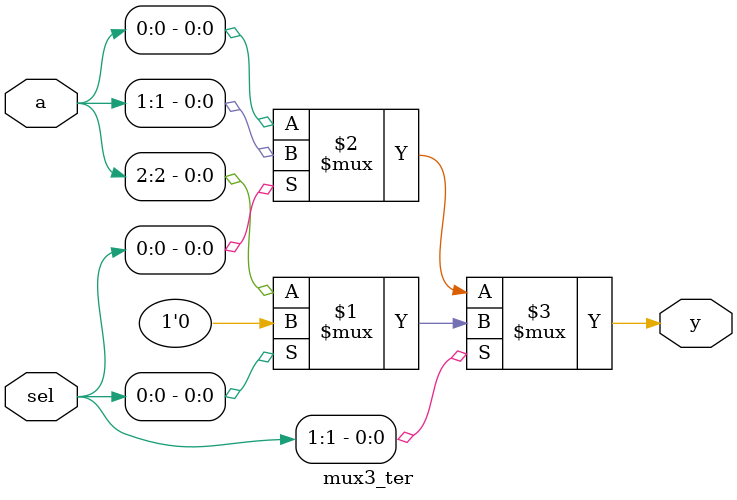
<source format=v>
module mux3_ter(a,sel,y);
	input [2:0]a;
	input [1:0]sel;
	output y;
	
	assign y = sel[1] ?(sel[0] ? 1'b0 : a[2]) : (sel[0] ? (a[1]) : a[0]);
endmodule 

</source>
